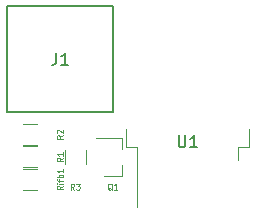
<source format=gbr>
G04 #@! TF.FileFunction,Legend,Top*
%FSLAX46Y46*%
G04 Gerber Fmt 4.6, Leading zero omitted, Abs format (unit mm)*
G04 Created by KiCad (PCBNEW 4.0.7-e2-6376~58~ubuntu16.04.1) date Tue Jan 16 19:55:07 2018*
%MOMM*%
%LPD*%
G01*
G04 APERTURE LIST*
%ADD10C,0.100000*%
%ADD11C,0.150000*%
%ADD12C,0.120000*%
%ADD13C,0.070000*%
G04 APERTURE END LIST*
D10*
D11*
X1215000Y8200000D02*
X1215000Y17200000D01*
X10215000Y8200000D02*
X1215000Y8200000D01*
X10215000Y17200000D02*
X10215000Y8200000D01*
X1215000Y17200000D02*
X10215000Y17200000D01*
D12*
X10920000Y2865000D02*
X10920000Y3795000D01*
X10920000Y6025000D02*
X10920000Y5095000D01*
X10920000Y6025000D02*
X8760000Y6025000D01*
X10920000Y2865000D02*
X9460000Y2865000D01*
X2575000Y5325000D02*
X3775000Y5325000D01*
X3775000Y3565000D02*
X2575000Y3565000D01*
X2575000Y3420000D02*
X3775000Y3420000D01*
X3775000Y1660000D02*
X2575000Y1660000D01*
X11310000Y6805000D02*
X11310000Y5305000D01*
X11310000Y5305000D02*
X12260000Y5305000D01*
X12260000Y5305000D02*
X12260000Y180000D01*
X21710000Y6805000D02*
X21710000Y5305000D01*
X21710000Y5305000D02*
X20760000Y5305000D01*
X20760000Y5305000D02*
X20760000Y4205000D01*
X2575000Y7230000D02*
X3775000Y7230000D01*
X3775000Y5470000D02*
X2575000Y5470000D01*
X7865000Y5045000D02*
X7865000Y3845000D01*
X6105000Y3845000D02*
X6105000Y5045000D01*
D11*
X5381667Y13247619D02*
X5381667Y12533333D01*
X5334047Y12390476D01*
X5238809Y12295238D01*
X5095952Y12247619D01*
X5000714Y12247619D01*
X6381667Y12247619D02*
X5810238Y12247619D01*
X6095952Y12247619D02*
X6095952Y13247619D01*
X6000714Y13104762D01*
X5905476Y13009524D01*
X5810238Y12961905D01*
D13*
X10112381Y1631190D02*
X10064762Y1655000D01*
X10017143Y1702619D01*
X9945714Y1774048D01*
X9898095Y1797857D01*
X9850476Y1797857D01*
X9874286Y1678810D02*
X9826667Y1702619D01*
X9779048Y1750238D01*
X9755238Y1845476D01*
X9755238Y2012143D01*
X9779048Y2107381D01*
X9826667Y2155000D01*
X9874286Y2178810D01*
X9969524Y2178810D01*
X10017143Y2155000D01*
X10064762Y2107381D01*
X10088571Y2012143D01*
X10088571Y1845476D01*
X10064762Y1750238D01*
X10017143Y1702619D01*
X9969524Y1678810D01*
X9874286Y1678810D01*
X10564762Y1678810D02*
X10279048Y1678810D01*
X10421905Y1678810D02*
X10421905Y2178810D01*
X10374286Y2107381D01*
X10326667Y2059762D01*
X10279048Y2035952D01*
X5941190Y4361667D02*
X5703095Y4195000D01*
X5941190Y4075953D02*
X5441190Y4075953D01*
X5441190Y4266429D01*
X5465000Y4314048D01*
X5488810Y4337857D01*
X5536429Y4361667D01*
X5607857Y4361667D01*
X5655476Y4337857D01*
X5679286Y4314048D01*
X5703095Y4266429D01*
X5703095Y4075953D01*
X5941190Y4837857D02*
X5941190Y4552143D01*
X5941190Y4695000D02*
X5441190Y4695000D01*
X5512619Y4647381D01*
X5560238Y4599762D01*
X5584048Y4552143D01*
X5941190Y1968572D02*
X5703095Y1801905D01*
X5941190Y1682858D02*
X5441190Y1682858D01*
X5441190Y1873334D01*
X5465000Y1920953D01*
X5488810Y1944762D01*
X5536429Y1968572D01*
X5607857Y1968572D01*
X5655476Y1944762D01*
X5679286Y1920953D01*
X5703095Y1873334D01*
X5703095Y1682858D01*
X5941190Y2182858D02*
X5607857Y2182858D01*
X5441190Y2182858D02*
X5465000Y2159048D01*
X5488810Y2182858D01*
X5465000Y2206667D01*
X5441190Y2182858D01*
X5488810Y2182858D01*
X5607857Y2349524D02*
X5607857Y2540000D01*
X5941190Y2420953D02*
X5512619Y2420953D01*
X5465000Y2444762D01*
X5441190Y2492381D01*
X5441190Y2540000D01*
X5941190Y2706667D02*
X5441190Y2706667D01*
X5631667Y2706667D02*
X5607857Y2754286D01*
X5607857Y2849524D01*
X5631667Y2897143D01*
X5655476Y2920952D01*
X5703095Y2944762D01*
X5845952Y2944762D01*
X5893571Y2920952D01*
X5917381Y2897143D01*
X5941190Y2849524D01*
X5941190Y2754286D01*
X5917381Y2706667D01*
X5941190Y3420952D02*
X5941190Y3135238D01*
X5941190Y3278095D02*
X5441190Y3278095D01*
X5512619Y3230476D01*
X5560238Y3182857D01*
X5584048Y3135238D01*
D11*
X15748095Y6262619D02*
X15748095Y5453095D01*
X15795714Y5357857D01*
X15843333Y5310238D01*
X15938571Y5262619D01*
X16129048Y5262619D01*
X16224286Y5310238D01*
X16271905Y5357857D01*
X16319524Y5453095D01*
X16319524Y6262619D01*
X17319524Y5262619D02*
X16748095Y5262619D01*
X17033809Y5262619D02*
X17033809Y6262619D01*
X16938571Y6119762D01*
X16843333Y6024524D01*
X16748095Y5976905D01*
D13*
X5941190Y6266667D02*
X5703095Y6100000D01*
X5941190Y5980953D02*
X5441190Y5980953D01*
X5441190Y6171429D01*
X5465000Y6219048D01*
X5488810Y6242857D01*
X5536429Y6266667D01*
X5607857Y6266667D01*
X5655476Y6242857D01*
X5679286Y6219048D01*
X5703095Y6171429D01*
X5703095Y5980953D01*
X5488810Y6457143D02*
X5465000Y6480953D01*
X5441190Y6528572D01*
X5441190Y6647619D01*
X5465000Y6695238D01*
X5488810Y6719048D01*
X5536429Y6742857D01*
X5584048Y6742857D01*
X5655476Y6719048D01*
X5941190Y6433334D01*
X5941190Y6742857D01*
X6901667Y1678810D02*
X6735000Y1916905D01*
X6615953Y1678810D02*
X6615953Y2178810D01*
X6806429Y2178810D01*
X6854048Y2155000D01*
X6877857Y2131190D01*
X6901667Y2083571D01*
X6901667Y2012143D01*
X6877857Y1964524D01*
X6854048Y1940714D01*
X6806429Y1916905D01*
X6615953Y1916905D01*
X7068334Y2178810D02*
X7377857Y2178810D01*
X7211191Y1988333D01*
X7282619Y1988333D01*
X7330238Y1964524D01*
X7354048Y1940714D01*
X7377857Y1893095D01*
X7377857Y1774048D01*
X7354048Y1726429D01*
X7330238Y1702619D01*
X7282619Y1678810D01*
X7139762Y1678810D01*
X7092143Y1702619D01*
X7068334Y1726429D01*
M02*

</source>
